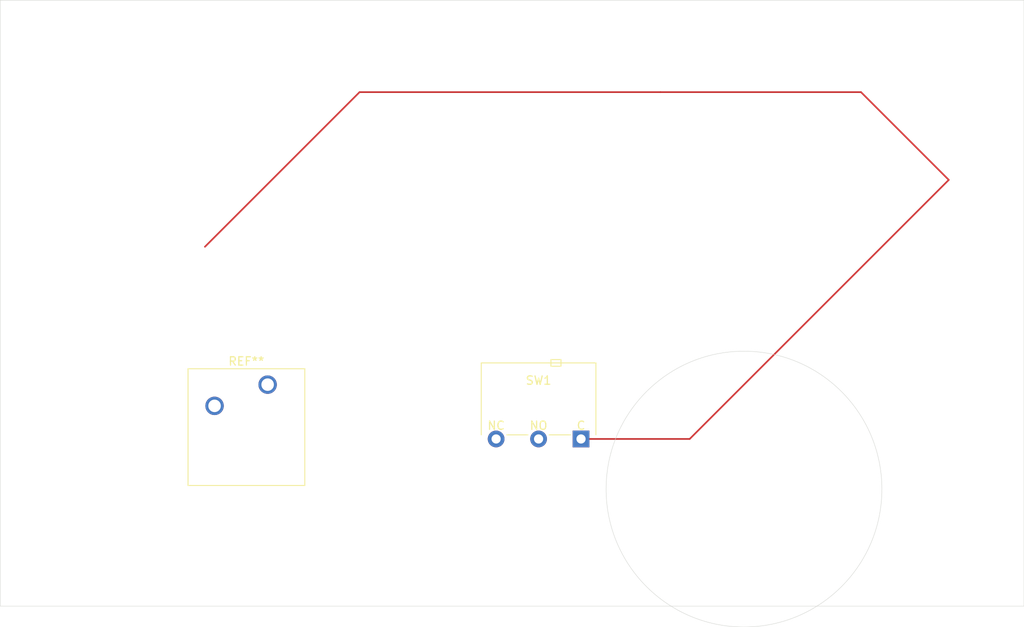
<source format=kicad_pcb>
(kicad_pcb (version 20240108) (generator "pcbnew") (generator_version "8.0")
  (layers (0 "F.Cu" signal) (31 "B.Cu" signal) (34 "B.Paste" user) (35 "F.Paste" user) (36 "B.SilkS" user "B.Silkscreen") (37 "F.SilkS" user "F.Silkscreen") (38 "B.Mask" user) (39 "F.Mask" user) (44 "Edge.Cuts" user))
  (net 0 "")
  (net 2 "unconnected-(SW1-A-Pad1)")
  (footprint "Button_Switch_Keyboard:SW_Cherry_MX_1.00u_PCB" (layer "F.Cu") (at 126.5 71.5)
    (property "Reference" "REF**" (at -2.54 -2.794 0) (layer "F.SilkS"))
    (property "Value" "SW_Cherry_MX_1.00u_PCB")
    (fp_line (start -9.525 -1.905) (end 4.445 -1.905) (stroke (width 0.12)) (layer "F.SilkS"))
    (fp_line (start -9.525 12.065) (end -9.525 -1.905) (stroke (width 0.12)) (layer "F.SilkS"))
    (fp_line (start 4.445 -1.905) (end 4.445 12.065) (stroke (width 0.12)) (layer "F.SilkS"))
    (fp_line (start 4.445 12.065) (end -9.525 12.065) (stroke (width 0.12)) (layer "F.SilkS"))
    (pad "" np_thru_hole circle (at -7.62 5.08) (size 1.7 1.7) (drill 1.7) (layers "*.Cu" "*.Mask"))
    (pad "" np_thru_hole circle (at -2.54 5.08) (size 4 4) (drill 4) (layers "*.Cu" "*.Mask"))
    (pad "" np_thru_hole circle (at 2.54 5.08) (size 1.7 1.7) (drill 1.7) (layers "*.Cu" "*.Mask"))
    (pad "1" thru_hole circle (at 0 0) (size 2.2 2.2) (drill 1.5) (layers "*.Cu" "*.Mask"))
    (pad "2" thru_hole circle (at -6.35 2.54) (size 2.2 2.2) (drill 1.5) (layers "*.Cu" "*.Mask"))
  )
  (footprint "Button_Switch_THT:SW_XKB_DM1-16UD-1" (layer "F.Cu") (at 164 78)
    (property "Reference" "SW1" (at -5.08 -7 0) (layer "F.SilkS"))
    (property "Value" "SW_SPDT_XKB_DMx-xxxx-1")
    (fp_line (start -11.938 -9.1) (end -11.938 -0.495) (stroke (width 0.12)) (layer "F.SilkS"))
    (fp_line (start -8.89 -0.495) (end -6.35 -0.495) (stroke (width 0.12)) (layer "F.SilkS"))
    (fp_line (start -1.27 -0.495) (end -3.81 -0.495) (stroke (width 0.12)) (layer "F.SilkS"))
    (fp_line (start 1.778 -9.1) (end -11.938 -9.1) (stroke (width 0.12)) (layer "F.SilkS"))
    (fp_line (start 1.778 -0.495) (end 1.778 -9.1) (stroke (width 0.12)) (layer "F.SilkS"))
    (fp_rect (start -3.6 -9.5) (end -2.4 -8.7) (stroke (width 0.12)) (fill none) (layer "F.SilkS"))
    (fp_text user "C" (at 0 -1.6 0) (layer "F.SilkS"))
    (fp_text user "NO" (at -5.08 -1.6 0) (layer "F.SilkS"))
    (fp_text user "NC" (at -10.16 -1.6 0) (layer "F.SilkS"))
    (pad "1" thru_hole rect (at 0 0) (size 2 2) (drill 1.1) (layers "*.Cu" "*.Mask") (net 2 "unconnected-(SW1-A-Pad1)"))
    (pad "2" thru_hole circle (at -5.08 0) (size 2 2) (drill 1.1) (layers "*.Cu" "*.Mask"))
    (pad "3" thru_hole circle (at -10.16 0) (size 2 2) (drill 1.1) (layers "*.Cu" "*.Mask"))
  )
  (gr_circle (center 183.5 84) (end 200 84) (stroke (width 0.05)) (fill none) (layer "Edge.Cuts"))
  (gr_rect (start 94.5 25.5) (end 217 98) (stroke (width 0.05)) (fill none) (layer "Edge.Cuts"))
  (segment (start 177 78) (end 208 47) (width 0.2) (layer "F.Cu") (net 2))
  (segment (start 137.5 36.5) (end 119 55) (width 0.2) (layer "F.Cu") (net 2))
  (segment (start 164 78) (end 177 78) (width 0.2) (layer "F.Cu") (net 2))
  (segment (start 197.5 36.5) (end 173.5 36.5) (width 0.2) (layer "F.Cu") (net 2))
  (segment (start 173.5 36.5) (end 137.5 36.5) (width 0.2) (layer "F.Cu") (net 2))
  (segment (start 208 47) (end 197.5 36.5) (width 0.2) (layer "F.Cu") (net 2))
)
</source>
